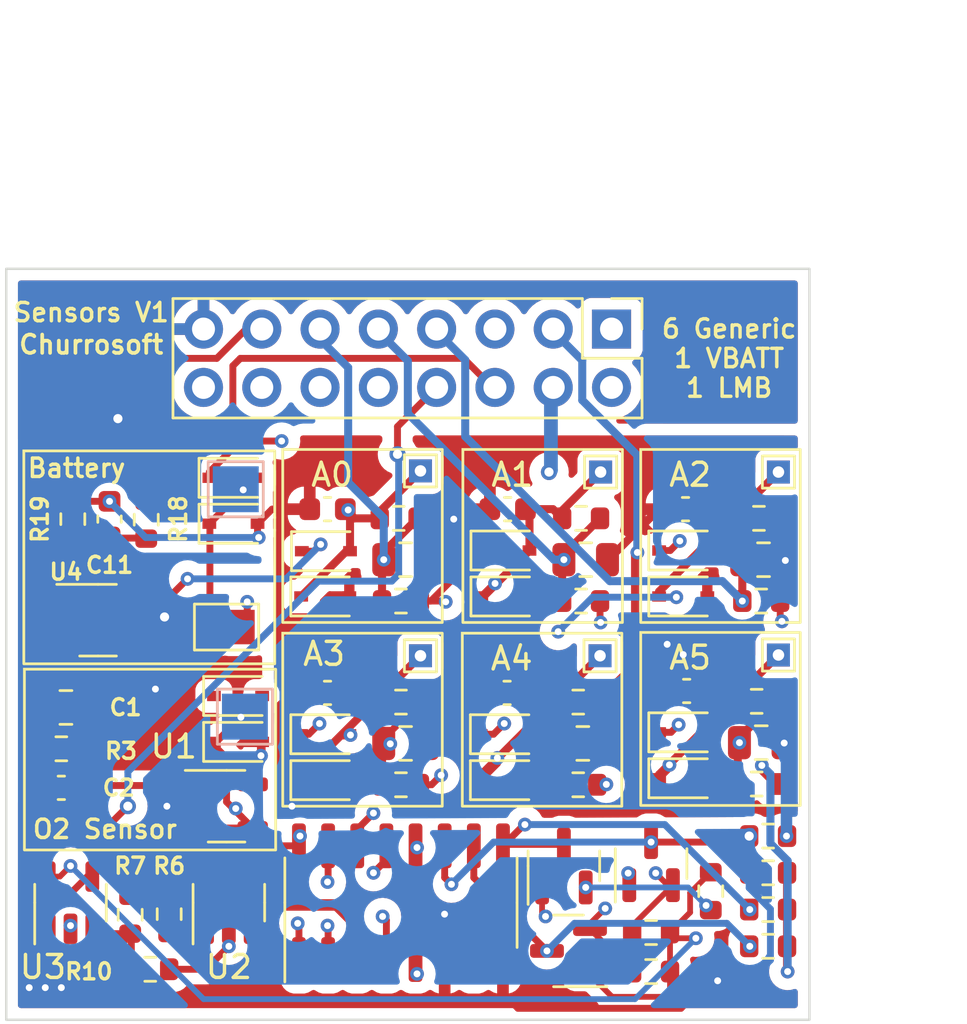
<source format=kicad_pcb>
(kicad_pcb (version 20211014) (generator pcbnew)
  (layers (0 "F.Cu" signal) (1 "In1.Cu" signal) (2 "In2.Cu" signal) (31 "B.Cu" signal) (34 "B.Paste" user) (35 "F.Paste" user) (36 "B.SilkS" user "B.Silkscreen") (37 "F.SilkS" user "F.Silkscreen") (38 "B.Mask" user) (39 "F.Mask" user) (44 "Edge.Cuts" user))
  (net 0 "")
  (net 1 "/IN_LMB")
  (net 2 "GND")
  (net 3 "Net-(C2-Pad1)")
  (net 4 "/IN_0")
  (net 5 "GNDA")
  (net 6 "/CH0")
  (net 7 "/IN_1")
  (net 8 "/CH1")
  (net 9 "/IN_2")
  (net 10 "/CH2")
  (net 11 "/IN_3")
  (net 12 "/CH3")
  (net 13 "Net-(C11-Pad1)")
  (net 14 "/IN_4")
  (net 15 "/CH4")
  (net 16 "/IN_5")
  (net 17 "/CH5")
  (net 18 "+5C")
  (net 19 "+5VA")
  (net 20 "/CH6")
  (net 21 "/CH7")
  (net 22 "+3V3")
  (net 23 "+12VA")
  (net 24 "/mux_out_d")
  (net 25 "/MUX_A")
  (net 26 "/MUX_B")
  (net 27 "/MUX_C")
  (net 28 "/OV_DET")
  (net 29 "Net-(JP1-Pad2)")
  (net 30 "/B")
  (net 31 "/C")
  (net 32 "/A")
  (net 33 "Net-(R6-Pad1)")
  (net 34 "Net-(R6-Pad2)")
  (net 35 "/MUX_3v3")
  (net 36 "+12V")
  (net 37 "/mux_out")
  (footprint "TestPoint:TestPoint_THTPad_1.0x1.0mm_Drill0.5mm" (layer "F.Cu") (at 155.4 67.35 90)
    (fp_text reference "TP2" hide)
    (fp_text value "TestPoint_Alt")
  )
  (footprint "Capacitor_SMD:C_0805_2012Metric" (layer "F.Cu") (at 162.5 71.1665)
    (fp_text reference "C7" hide)
    (fp_text value "100nF")
  )
  (footprint "Connector_PinHeader_2.54mm:PinHeader_2x08_P2.54mm_Vertical" (layer "F.Cu") (at 155.875 61.125 -90)
    (fp_text reference "J1" hide)
    (fp_text value "OUT")
  )
  (footprint "Capacitor_SMD:C_0603_1608Metric" (layer "F.Cu") (at 151.325 76.9665 180)
    (fp_text reference "C13" hide)
    (fp_text value "0.22uF")
  )
  (footprint "Package_TO_SOT_SMD:SOT-23" (layer "F.Cu") (at 157.6 84.4 90)
    (fp_text reference "Q3" hide)
    (fp_text value "AO3400A")
  )
  (footprint "Capacitor_SMD:C_0603_1608Metric" (layer "F.Cu") (at 151.35 68.9665 180)
    (fp_text reference "C6" hide)
    (fp_text value "0.22uF")
  )
  (footprint "Capacitor_SMD:C_0603_1608Metric" (layer "F.Cu") (at 143.5 76.9665 180)
    (fp_text reference "C10" hide)
    (fp_text value "0.22uF")
  )
  (footprint "Diode_SMD:D_SOD-323" (layer "F.Cu") (at 139.6 79.1)
    (fp_text reference "D6" hide)
    (fp_text value "K26")
  )
  (footprint "Resistor_SMD:R_0603_1608Metric" (layer "F.Cu") (at 135.775 89 180)
    (fp_text reference "R10")
    (fp_text value "3k3")
  )
  (footprint "Diode_SMD:D_SOD-323" (layer "F.Cu") (at 143.4 72.7665)
    (fp_text reference "D4" hide)
    (fp_text value "K26")
  )
  (footprint "Resistor_SMD:R_0603_1608Metric" (layer "F.Cu") (at 131.9 79.4 180)
    (fp_text reference "R3")
    (fp_text value "470R")
  )
  (footprint "Diode_SMD:D_SOD-323" (layer "F.Cu") (at 151.25 72.7665)
    (fp_text reference "D5" hide)
    (fp_text value "K26")
  )
  (footprint "Capacitor_SMD:C_0805_2012Metric" (layer "F.Cu") (at 162.4 79.13325)
    (fp_text reference "C14" hide)
    (fp_text value "100nF")
  )
  (footprint "Resistor_SMD:R_0603_1608Metric" (layer "F.Cu") (at 162.7 88 180)
    (fp_text reference "R20" hide)
    (fp_text value "10k")
  )
  (footprint "Resistor_SMD:R_0603_1608Metric" (layer "F.Cu") (at 162.7 86.4 180)
    (fp_text reference "R21" hide)
    (fp_text value "10k")
  )
  (footprint "Capacitor_SMD:C_0603_1608Metric" (layer "F.Cu") (at 159.1 68.9665 180)
    (fp_text reference "C8" hide)
    (fp_text value "0.22uF")
  )
  (footprint "Package_TO_SOT_SMD:SOT-23-5" (layer "F.Cu") (at 139.1 81.9)
    (fp_text reference "U1")
    (fp_text value "LM321")
  )
  (footprint "Package_TO_SOT_SMD:SOT-23" (layer "F.Cu") (at 153.8 84.5 90)
    (fp_text reference "Q2" hide)
    (fp_text value "AO3400A")
  )
  (footprint "Capacitor_SMD:C_0603_1608Metric" (layer "F.Cu") (at 159.15 76.88325 180)
    (fp_text reference "C15" hide)
    (fp_text value "0.22uF")
  )
  (footprint "Diode_SMD:D_SOD-323" (layer "F.Cu") (at 139.4 69.6)
    (fp_text reference "D14" hide)
    (fp_text value "K26")
  )
  (footprint "TestPoint:TestPoint_THTPad_1.0x1.0mm_Drill0.5mm" (layer "F.Cu") (at 155.375 75.35 90)
    (fp_text reference "TP7" hide)
    (fp_text value "TestPoint_Alt")
  )
  (footprint "Package_TO_SOT_SMD:SOT-23" (layer "F.Cu") (at 154 88.2 180)
    (fp_text reference "Q1" hide)
    (fp_text value "AO3400A")
  )
  (footprint "Diode_SMD:D_SOD-323" (layer "F.Cu") (at 159 80.68325)
    (fp_text reference "D16" hide)
    (fp_text value "K26")
  )
  (footprint "Diode_SMD:D_SOD-323" (layer "F.Cu") (at 143.4 78.7665)
    (fp_text reference "D8" hide)
    (fp_text value "K26")
  )
  (footprint "Capacitor_SMD:C_0805_2012Metric" (layer "F.Cu") (at 146.9 79.1665)
    (fp_text reference "C9" hide)
    (fp_text value "100nF")
  )
  (footprint "Diode_SMD:D_SOD-323" (layer "F.Cu") (at 159 78.68325)
    (fp_text reference "D13" hide)
    (fp_text value "K26")
  )
  (footprint "Diode_SMD:D_SOD-323" (layer "F.Cu") (at 151.25 70.7665)
    (fp_text reference "D2" hide)
    (fp_text value "K26")
  )
  (footprint "Capacitor_SMD:C_0805_2012Metric" (layer "F.Cu") (at 132.1 77.6)
    (fp_text reference "C1")
    (fp_text value "100nF")
  )
  (footprint "Capacitor_SMD:C_0603_1608Metric" (layer "F.Cu") (at 143.5 68.9665 180)
    (fp_text reference "C4" hide)
    (fp_text value "0.22uF")
  )
  (footprint "Capacitor_SMD:C_0603_1608Metric" (layer "F.Cu") (at 134 69.4 90)
    (fp_text reference "C11")
    (fp_text value "240pF")
  )
  (footprint "Resistor_SMD:R_0603_1608Metric" (layer "F.Cu") (at 162.7 83.2 180)
    (fp_text reference "R13" hide)
    (fp_text value "0")
  )
  (footprint "Resistor_SMD:R_0603_1608Metric" (layer "F.Cu") (at 162.3 69.3665)
    (fp_text reference "R11" hide)
    (fp_text value "470R")
  )
  (footprint "Package_SO:SOIC-16_3.9x9.9mm_P1.27mm" (layer "F.Cu") (at 146.7 86.1 90)
    (fp_text reference "U5" hide)
    (fp_text value "74HC4851")
  )
  (footprint "Capacitor_SMD:C_0805_2012Metric" (layer "F.Cu") (at 154.75 71.1665)
    (fp_text reference "C5" hide)
    (fp_text value "100nF")
  )
  (footprint "TestPoint:TestPoint_THTPad_1.0x1.0mm_Drill0.5mm" (layer "F.Cu") (at 147.55 67.3 90)
    (fp_text reference "TP1" hide)
    (fp_text value "TestPoint_Alt")
  )
  (footprint "TestPoint:TestPoint_THTPad_1.0x1.0mm_Drill0.5mm" (layer "F.Cu") (at 147.55 75.35 90)
    (fp_text reference "TP5" hide)
    (fp_text value "TestPoint_Alt")
  )
  (footprint "Resistor_SMD:R_0603_1608Metric" (layer "F.Cu") (at 132.4 69.4 90)
    (fp_text reference "R19")
    (fp_text value "20k  1/10W +-1%")
  )
  (footprint "Diode_SMD:D_SOD-323" (layer "F.Cu") (at 159 70.7665)
    (fp_text reference "D7" hide)
    (fp_text value "K26")
  )
  (footprint "Resistor_SMD:R_0603_1608Metric" (layer "F.Cu") (at 162.4 72.9665)
    (fp_text reference "R8" hide)
    (fp_text value "2.49k +-1%")
  )
  (footprint "Diode_SMD:D_SOD-323" (layer "F.Cu") (at 139.4 67.6)
    (fp_text reference "D11" hide)
    (fp_text value "K26")
  )
  (footprint "Resistor_SMD:R_0603_1608Metric" (layer "F.Cu") (at 154.425 80.9665)
    (fp_text reference "R14" hide)
    (fp_text value "2.49k +-1%")
  )
  (footprint "Package_TO_SOT_SMD:SOT-23-5" (layer "F.Cu") (at 133.5 73.8)
    (fp_text reference "U4")
    (fp_text value "LM321")
  )
  (footprint "Diode_SMD:D_SOD-323" (layer "F.Cu") (at 143.4 80.7665)
    (fp_text reference "D10" hide)
    (fp_text value "K26")
  )
  (footprint "Package_TO_SOT_SMD:SOT-23-5" (layer "F.Cu") (at 139.2 86.1 90)
    (fp_text reference "U2")
    (fp_text value "OPA340NA")
  )
  (footprint "Resistor_SMD:R_0603_1608Metric" (layer "F.Cu") (at 157.6 89.1)
    (fp_text reference "R23" hide)
    (fp_text value "10k")
  )
  (footprint "Resistor_SMD:R_0603_1608Metric" (layer "F.Cu") (at 135.6 69.425 90)
    (fp_text reference "R18")
    (fp_text value "100k 1/10W +-1%")
  )
  (footprint "Resistor_SMD:R_0603_1608Metric" (layer "F.Cu") (at 146.7 77.3665)
    (fp_text reference "R12" hide)
    (fp_text value "470R")
  )
  (footprint "Resistor_SMD:R_0603_1608Metric" (layer "F.Cu") (at 154.425 77.3665)
    (fp_text reference "R16" hide)
    (fp_text value "470R")
  )
  (footprint "Resistor_SMD:R_0603_1608Metric" (layer "F.Cu") (at 146.7 72.9665)
    (fp_text reference "R1" hide)
    (fp_text value "2.49k +-1%")
  )
  (footprint "Capacitor_SMD:C_0603_1608Metric" (layer "F.Cu") (at 131.9 81.1 180)
    (fp_text reference "C2")
    (fp_text value "0.22uF")
  )
  (footprint "Diode_SMD:D_SOD-323" (layer "F.Cu") (at 159 72.7665)
    (fp_text reference "D9" hide)
    (fp_text value "K26")
  )
  (footprint "Resistor_SMD:R_0603_1608Metric" (layer "F.Cu") (at 157.6 87.4)
    (fp_text reference "R25" hide)
    (fp_text value "10k")
  )
  (footprint "TestPoint:TestPoint_THTPad_1.0x1.0mm_Drill0.5mm" (layer "F.Cu") (at 163.15 67.35 90)
    (fp_text reference "TP4" hide)
    (fp_text value "TestPoint_Alt")
  )
  (footprint "Diode_SMD:D_SOD-323" (layer "F.Cu") (at 151.225 78.7665)
    (fp_text reference "D12" hide)
    (fp_text value "K26")
  )
  (footprint "Capacitor_SMD:C_0805_2012Metric" (layer "F.Cu") (at 154.625 79.1665)
    (fp_text reference "C12" hide)
    (fp_text value "100nF")
  )
  (footprint "Resistor_SMD:R_0603_1608Metric" (layer "F.Cu") (at 154.55 69.3665)
    (fp_text reference "R5" hide)
    (fp_text value "470R")
  )
  (footprint "Capacitor_SMD:C_0805_2012Metric" (layer "F.Cu") (at 146.9 71.1665)
    (fp_text reference "C3" hide)
    (fp_text value "100nF")
  )
  (footprint "Jumper:SolderJumper-2_P1.3mm_Open_TrianglePad1.0x1.5mm" (layer "F.Cu") (at 139.1 74.1)
    (fp_text reference "JP1" hide)
    (fp_text value "Jumper_NC_Small")
  )
  (footprint "Diode_SMD:D_SOD-323" (layer "F.Cu") (at 143.43 70.7965)
    (fp_text reference "D1" hide)
    (fp_text value "K26")
  )
  (footprint "Diode_SMD:D_SOD-323" (layer "F.Cu") (at 151.225 80.7665)
    (fp_text reference "D15" hide)
    (fp_text value "K26")
  )
  (footprint "Resistor_SMD:R_0603_1608Metric" (layer "F.Cu") (at 146.7 80.9665)
    (fp_text reference "R9" hide)
    (fp_text value "2.49k +-1%")
  )
  (footprint "Resistor_SMD:R_0603_1608Metric" (layer "F.Cu") (at 162.2 77.33325)
    (fp_text reference "R17" hide)
    (fp_text value "470R")
  )
  (footprint "Resistor_SMD:R_0603_1608Metric" (layer "F.Cu") (at 160.2 85.6 90)
    (fp_text reference "R24" hide)
    (fp_text value "10k")
  )
  (footprint "Resistor_SMD:R_0603_1608Metric" (layer "F.Cu") (at 146.6 69.3665)
    (fp_text reference "R4" hide)
    (fp_text value "470R")
  )
  (footprint "Resistor_SMD:R_0603_1608Metric" (layer "F.Cu") (at 134.9 86.625 90)
    (fp_text reference "R7")
    (fp_text value "200R")
  )
  (footprint "Diode_SMD:D_SOD-323" (layer "F.Cu") (at 139.6 77.1)
    (fp_text reference "D3" hide)
    (fp_text value "K26")
  )
  (footprint "Resistor_SMD:R_0603_1608Metric" (layer "F.Cu") (at 154.55 72.9665)
    (fp_text reference "R2" hide)
    (fp_text value "2.49k +-1%")
  )
  (footprint "Resistor_SMD:R_0603_1608Metric" (layer "F.Cu") (at 162.2 80.93325)
    (fp_text reference "R15" hide)
    (fp_text value "2.49k +-1%")
  )
  (footprint "TestPoint:TestPoint_THTPad_1.0x1.0mm_Drill0.5mm" (layer "F.Cu") (at 163.15 75.31675 90)
    (fp_text reference "TP8" hide)
    (fp_text value "TestPoint_Alt")
  )
  (footprint "Package_TO_SOT_SMD:SOT-23-5" (layer "F.Cu") (at 132.3 86.1 90)
    (fp_text reference "U3")
    (fp_text value "OPA340NA")
  )
  (footprint "Resistor_SMD:R_0603_1608Metric" (layer "F.Cu") (at 162.7 84.8 180)
    (fp_text reference "R22" hide)
    (fp_text value "10k")
  )
  (footprint "Resistor_SMD:R_0603_1608Metric" (layer "F.Cu") (at 136.6 86.6 90)
    (fp_text reference "R6")
    (fp_text value "1k5")
  )
  (footprint "TestPoint:TestPoint_Pad_2.0x2.0mm" (layer "B.Cu") (at 139.5 68.1 90)
    (fp_text reference "TP6" hide)
    (fp_text value "TestPoint")
  )
  (footprint "TestPoint:TestPoint_Pad_2.0x2.0mm" (layer "B.Cu") (at 139.9 78 90)
    (fp_text reference "TP3" hide)
    (fp_text value "TestPoint")
  )
  (gr_rect (start 157.148 74.33325) (end 164.1 81.86675) (layer "F.SilkS") (width 0.12) (fill none))
  (gr_rect (start 141.548 66.3665) (end 148.5 73.9) (layer "F.SilkS") (width 0.12) (fill none))
  (gr_rect (start 149.373 74.3665) (end 156.325 81.9) (layer "F.SilkS") (width 0.12) (fill none))
  (gr_rect (start 157.148 66.3665) (end 164.1 73.9) (layer "F.SilkS") (width 0.12) (fill none))
  (gr_rect (start 149.398 66.3665) (end 156.35 73.9) (layer "F.SilkS") (width 0.12) (fill none))
  (gr_rect (start 130.291 75.9342) (end 141.24 83.8052) (layer "F.SilkS") (width 0.12) (fill none))
  (gr_rect (start 141.548 74.3665) (end 148.5 81.9) (layer "F.SilkS") (width 0.12) (fill none))
  (gr_rect (start 130.2653 66.429) (end 141.2 75.7) (layer "F.SilkS") (width 0.12) (fill none))
  (gr_rect (start 129.5 58.5) (end 164.5 91.2) (layer "Edge.Cuts") (width 0.1) (fill none))
  (gr_text "Battery" (at 132.564 67.1783) (layer "F.SilkS") (effects (font (size 0.8 0.8))))
  (gr_text "A0" (at 143.7 67.4665) (layer "F.SilkS") (effects (font (size 1 1))))
  (gr_text "6 Generic\n1 VBATT\n1 LMB" (at 161 62.4) (layer "F.SilkS") (effects (font (size 0.8 0.8))))
  (gr_text "A2" (at 159.3 67.4665) (layer "F.SilkS") (effects (font (size 1 1))))
  (gr_text "Sensors V1" (at 133.2 60.4) (layer "F.SilkS") (effects (font (size 0.8 0.8))))
  (gr_text "O2 Sensor" (at 133.8 82.9) (layer "F.SilkS") (effects (font (size 0.8 0.8))))
  (gr_text "A5" (at 159.3 75.43325) (layer "F.SilkS") (effects (font (size 1 1))))
  (gr_text "Churrosoft" (at 133.2 61.8) (layer "F.SilkS") (effects (font (size 0.8 0.8) (thickness 0.16))))
  (gr_text "A3" (at 143.35 75.2665) (layer "F.SilkS") (effects (font (size 1 1))))
  (gr_text "A1" (at 151.55 67.4665) (layer "F.SilkS") (effects (font (size 1 1))))
  (gr_text "A4" (at 151.525 75.4665) (layer "F.SilkS") (effects (font (size 1 1))))
  (segment (start 131.075 77.675) (end 131.15 77.6) (width 0.3) (layer "F.Cu") (net 1))
  (segment (start 134.7 62.4) (end 130.85 66.25) (width 0.3) (layer "F.Cu") (net 1))
  (segment (start 130.85 66.25) (end 130.85 77.3) (width 0.3) (layer "F.Cu") (net 1))
  (segment (start 131.075 79.4) (end 131.075 77.675) (width 0.3) (layer "F.Cu") (net 1))
  (segment (start 139.95 61.125) (end 138.675 62.4) (width 0.3) (layer "F.Cu") (net 1))
  (segment (start 138.675 62.4) (end 134.7 62.4) (width 0.3) (layer "F.Cu") (net 1))
  (segment (start 140.535 61.125) (end 139.95 61.125) (width 0.3) (layer "F.Cu") (net 1))
  (segment (start 130.85 77.3) (end 131.15 77.6) (width 0.3) (layer "F.Cu") (net 1))
  (segment (start 148.605 88.162893) (end 148.605 88.575) (width 0.3) (layer "F.Cu") (net 2))
  (segment (start 151.8 90.7) (end 151.145 90.045) (width 0.3) (layer "F.Cu") (net 2))
  (segment (start 148.6 86.6) (end 148.6 88.157893) (width 0.3) (layer "F.Cu") (net 2))
  (segment (start 136.5 81.9) (end 137.9625 81.9) (width 0.3) (layer "F.Cu") (net 2))
  (segment (start 140.65 79.65) (end 140.6 79.7) (width 0.3) (layer "F.Cu") (net 2))
  (segment (start 160.1 89.5) (end 158.9 90.7) (width 0.3) (layer "F.Cu") (net 2))
  (segment (start 160.5 89.5) (end 160.1 89.5) (width 0.3) (layer "F.Cu") (net 2))
  (segment (start 158.9 90.7) (end 151.8 90.7) (width 0.3) (layer "F.Cu") (net 2))
  (segment (start 140.65 79.1) (end 140.65 79.65) (width 0.3) (layer "F.Cu") (net 2))
  (segment (start 151.145 90.045) (end 151.145 88.575) (width 0.3) (layer "F.Cu") (net 2))
  (segment (start 148.6 88.157893) (end 148.605 88.162893) (width 0.3) (layer "F.Cu") (net 2))
  (via (at 130.5 89.8) (size 0.6) (drill 0.3) (layers "F.Cu" "B.Cu") (net 2))
  (via (at 134.366 65.024) (size 0.7) (drill 0.4) (layers "F.Cu" "B.Cu") (net 2))
  (via (at 131.9 89.8) (size 0.6) (drill 0.3) (layers "F.Cu" "B.Cu") (net 2))
  (via (at 136.5 81.9) (size 0.6) (drill 0.3) (layers "F.Cu" "B.Cu") (net 2))
  (via (at 160.5 89.5) (size 0.6) (drill 0.3) (layers "F.Cu" "B.Cu") (net 2))
  (via (at 136.398 73.66) (size 0.7) (drill 0.4) (layers "F.Cu" "B.Cu") (net 2))
  (via (at 131.2 89.8) (size 0.6) (drill 0.3) (layers "F.Cu" "B.Cu") (net 2))
  (via (at 140.6 79.7) (size 0.6) (drill 0.3) (layers "F.Cu" "B.Cu") (net 2))
  (via (at 148.6 86.6) (size 0.6) (drill 0.3) (layers "F.Cu" "B.Cu") (net 2))
  (via (at 161.875 83.2) (size 0.7) (drill 0.4) (layers "F.Cu" "B.Cu") (net 2))
  (via (at 136 76.8) (size 0.6) (drill 0.3) (layers "F.Cu" "B.Cu") (net 2))
  (segment (start 161.9 89.5) (end 160.5 89.5) (width 0.3) (layer "B.Cu") (net 2))
  (segment (start 162.1 89.3) (end 161.9 89.5) (width 0.3) (layer "B.Cu") (net 2))
  (segment (start 162.8 86.380761) (end 162.8 88.6) (width 0.3) (layer "B.Cu") (net 2))
  (segment (start 161.875 85.455761) (end 162.8 86.380761) (width 0.3) (layer "B.Cu") (net 2))
  (segment (start 138.4 81.9) (end 136.5 81.9) (width 0.3) (layer "B.Cu") (net 2))
  (segment (start 161.875 83.2) (end 161.875 85.455761) (width 0.3) (layer "B.Cu") (net 2))
  (segment (start 140.6 79.7) (end 138.4 81.9) (width 0.3) (layer "B.Cu") (net 2))
  (segment (start 162.8 88.6) (end 162.1 89.3) (width 0.3) (layer "B.Cu") (net 2))
  (segment (start 132.775 81) (end 132.675 81.1) (width 0.3) (layer "F.Cu") (net 3))
  (segment (start 137.9125 81) (end 132.775 81) (width 0.3) (layer "F.Cu") (net 3))
  (segment (start 132.675 79.45) (end 132.725 79.4) (width 0.3) (layer "F.Cu") (net 3))
  (segment (start 132.675 81.1) (end 132.675 79.45) (width 0.3) (layer "F.Cu") (net 3))
  (segment (start 137.9625 80.95) (end 137.9125 81) (width 0.3) (layer "F.Cu") (net 3))
  (segment (start 145.875 72.9665) (end 145.875 70.9165) (width 0.35) (layer "F.Cu") (net 4))
  (segment (start 145.95 71.1665) (end 145.95 70.8415) (width 0.35) (layer "F.Cu") (net 4))
  (segment (start 145.95 70.8415) (end 147.425 69.3665) (width 0.35) (layer "F.Cu") (net 4))
  (segment (start 145.875 70.9165) (end 147.425 69.3665) (width 0.35) (layer "F.Cu") (net 4))
  (via (at 145.95 71.1665) (size 0.6) (drill 0.3) (layers "F.Cu" "B.Cu") (net 4))
  (segment (start 143.075 61.475) (end 143.075 61.125) (width 0.35) (layer "B.Cu") (net 4))
  (segment (start 144.4 67.8) (end 144.4 62.8) (width 0.35) (layer "B.Cu") (net 4))
  (segment (start 145.95 71.1665) (end 145.95 69.35) (width 0.35) (layer "B.Cu") (net 4))
  (segment (start 145.95 69.35) (end 144.4 67.8) (width 0.35) (layer "B.Cu") (net 4))
  (segment (start 144.4 62.8) (end 143.075 61.475) (width 0.35) (layer "B.Cu") (net 4))
  (segment (start 148.1835 71.1665) (end 147.85 71.1665) (width 0.3) (layer "F.Cu") (net 5))
  (segment (start 136.6 89) (end 138.2 89) (width 0.3) (layer "F.Cu") (net 5))
  (segment (start 131.7 73.8) (end 132.3625 73.8) (width 0.3) (layer "F.Cu") (net 5))
  (segment (start 155.7335 71.1665) (end 157.9335 68.9665) (width 0.35) (layer "F.Cu") (net 5))
  (segment (start 163.525 83.2) (end 163.5 83.2) (width 0.3) (layer "F.Cu") (net 5))
  (segment (start 144.45 80.7665) (end 143.875 81.3415) (width 0.3) (layer "F.Cu") (net 5))
  (segment (start 157.9335 68.9665) (end 158.325 68.9665) (width 0.35) (layer "F.Cu") (net 5))
  (segment (start 131.35 69.35) (end 131.35 73.45) (width 0.3) (layer "F.Cu") (net 5))
  (segment (start 140.45 70.15) (end 140.5 70.2) (width 0.3) (layer "F.Cu") (net 5))
  (segment (start 140.45 69.6) (end 141.0835 68.9665) (width 0.3) (layer "F.Cu") (net 5))
  (segment (start 141.9335 76.9665) (end 142.725 76.9665) (width 0.3) (layer "F.Cu") (net 5))
  (segment (start 143.875 81.3415) (end 141.8915 81.3415) (width 0.3) (layer "F.Cu") (net 5))
  (segment (start 132.4 68.575) (end 132.125 68.575) (width 0.3) (layer "F.Cu") (net 5))
  (segment (start 141.4 77.5) (end 141.9335 76.9665) (width 0.3) (layer "F.Cu") (net 5))
  (segment (start 132.45 68.625) (end 132.4 68.575) (width 0.3) (layer "F.Cu") (net 5))
  (segment (start 141.0835 68.9665) (end 142.725 68.9665) (width 0.3) (layer "F.Cu") (net 5))
  (segment (start 139.2 87.2375) (end 139.2 88) (width 0.3) (layer "F.Cu") (net 5))
  (segment (start 149 69.4) (end 149 70.35) (width 0.3) (layer "F.Cu") (net 5))
  (segment (start 141.4 80.85) (end 141.4 77.5) (width 0.3) (layer "F.Cu") (net 5))
  (segment (start 155.7 71.1665) (end 155.7335 71.1665) (width 0.35) (layer "F.Cu") (net 5))
  (segment (start 140.45 69.6) (end 140.45 70.15) (width 0.3) (layer "F.Cu") (net 5))
  (segment (start 132.125 68.575) (end 131.35 69.35) (width 0.3) (layer "F.Cu") (net 5))
  (segment (start 134 68.625) (end 132.45 68.625) (width 0.3) (layer "F.Cu") (net 5))
  (segment (start 149 70.35) (end 148.1835 71.1665) (width 0.3) (layer "F.Cu") (net 5))
  (segment (start 138.2 89) (end 139.2 88) (width 0.3) (layer "F.Cu") (net 5))
  (segment (start 131.35 73.45) (end 131.7 73.8) (width 0.3) (layer "F.Cu") (net 5))
  (segment (start 141.8915 81.3415) (end 141.4 80.85) (width 0.3) (layer "F.Cu") (net 5))
  (via (at 163.45 71.2) (size 0.6) (drill 0.3) (layers "F.Cu" "B.Cu") (net 5))
  (via (at 149 69.4) (size 0.6) (drill 0.3) (layers "F.Cu" "B.Cu") (net 5))
  (via (at 158.3 74.85) (size 0.6) (drill 0.3) (layers "F.Cu" "B.Cu") (net 5))
  (via (at 132.3 87.1) (size 0.6) (drill 0.3) (layers "F.Cu" "B.Cu") (net 5))
  (via (at 139.2 88) (size 0.6) (drill 0.3) (layers "F.Cu" "B.Cu") (net 5))
  (via (at 141.9495 81.9) (size 0.6) (drill 0.3) (layers "F.Cu" "B.Cu") (net 5))
  (via (at 140.5 70.2) (size 0.6) (drill 0.3) (layers "F.Cu" "B.Cu") (net 5))
  (via (at 159 75.3) (size 0.6) (drill 0.3) (layers "F.Cu" "B.Cu") (net 5))
  (via (at 163.5 83.2) (size 0.6) (drill 0.3) (layers "F.Cu" "B.Cu") (net 5))
  (via (at 163.4 79.15) (size 0.6) (drill 0.3) (layers "F.Cu" "B.Cu") (net 5))
  (via (at 134 68.625) (size 0.6) (drill 0.3) (layers "F.Cu" "B.Cu") (net 5))
  (segment (start 134 68.625) (end 135.575 70.2) (width 0.3) (layer "B.Cu") (net 5))
  (segment (start 135.575 70.2) (end 140.5 70.2) (width 0.3) (layer "B.Cu") (net 5))
  (segment (start 163.5 79.25) (end 163.4 79.15) (width 0.5) (layer "B.Cu") (net 5))
  (segment (start 163.5 83.2) (end 163.5 79.25) (width 0.5) (layer "B.Cu") (net 5))
  (segment (start 146.065 84.235) (end 146.065 83.625) (width 0.3) (layer "F.Cu") (net 6))
  (segment (start 144.48 70.7965) (end 144.32 70.7965) (width 0.35) (layer "F.Cu") (net 6))
  (segment (start 145.5 84.8) (end 146.065 84.235) (width 0.3) (layer "F.Cu") (net 6))
  (segment (start 145.775 69.3665) (end 144.675 69.3665) (width 0.35) (layer "F.Cu") (net 6))
  (segment (start 144.32 70.7965) (end 142.35 72.7665) (width 0.35) (layer "F.Cu") (net 6))
  (segment (start 144.675 69.3665) (end 144.275 68.9665) (width 0.35) (layer "F.Cu") (net 6))
  (segment (start 144.48 69.1715) (end 144.275 68.9665) (width 0.35) (layer "F.Cu") (net 6))
  (segment (start 145.775 69.3665) (end 145.775 69.075) (width 0.35) (layer "F.Cu") (net 6))
  (segment (start 145.775 69.075) (end 147.55 67.3) (width 0.35) (layer "F.Cu") (net 6))
  (segment (start 144.48 70.7965) (end 144.48 69.1715) (width 0.35) (layer "F.Cu") (net 6))
  (via (at 145.5 84.8) (size 0.6) (drill 0.3) (layers "F.Cu" "B.Cu") (net 6))
  (via (at 144.4 69) (size 0.6) (drill 0.3) (layers "F.Cu" "B.Cu") (net 6))
  (segment (start 153.725 71.0165) (end 155.375 69.3665) (width 0.35) (layer "F.Cu") (net 7))
  (segment (start 153.725 72.9665) (end 153.725 71.0165) (width 0.35) (layer "F.Cu") (net 7))
  (via (at 153.8 71.1665) (size 0.6) (drill 0.3) (layers "F.Cu" "B.Cu") (net 7))
  (segment (start 153.3665 71.1665) (end 153.8 71.1665) (width 0.35) (layer "B.Cu") (net 7))
  (segment (start 147 62.51) (end 147 64.8) (width 0.35) (layer "B.Cu") (net 7))
  (segment (start 147 64.8) (end 153.3665 71.1665) (width 0.35) (layer "B.Cu") (net 7))
  (segment (start 145.615 61.125) (end 147 62.51) (width 0.35) (layer "B.Cu") (net 7))
  (segment (start 150.3 72.7665) (end 152.3 70.7665) (width 0.35) (layer "F.Cu") (net 8))
  (segment (start 145.5 82.2) (end 144.795 82.905) (width 0.3) (layer "F.Cu") (net 8))
  (segment (start 152.3 69.1415) (end 152.125 68.9665) (width 0.35) (layer "F.Cu") (net 8))
  (segment (start 153.725 69.3665) (end 153.725 69.025) (width 0.35) (layer "F.Cu") (net 8))
  (segment (start 144.795 82.905) (end 144.795 83.625) (width 0.3) (layer "F.Cu") (net 8))
  (segment (start 150.2 72.7665) (end 150.3 72.7665) (width 0.35) (layer "F.Cu") (net 8))
  (segment (start 150.8 72.2) (end 150.7665 72.2) (width 0.3) (layer "F.Cu") (net 8))
  (segment (start 150.7665 72.2) (end 150.2 72.7665) (width 0.3) (layer "F.Cu") (net 8))
  (segment (start 152.3 70.7665) (end 152.3 69.1415) (width 0.35) (layer "F.Cu") (net 8))
  (segment (start 152.125 68.9665) (end 153.325 68.9665) (width 0.35) (layer "F.Cu") (net 8))
  (segment (start 153.325 68.9665) (end 153.725 69.3665) (width 0.35) (layer "F.Cu") (net 8))
  (segment (start 153.725 69.025) (end 155.4 67.35) (width 0.35) (layer "F.Cu") (net 8))
  (via (at 145.5 82.2) (size 0.6) (drill 0.3) (layers "F.Cu" "B.Cu") (net 8))
  (via (at 150.8 72.2) (size 0.6) (drill 0.3) (layers "F.Cu" "B.Cu") (net 8))
  (segment (start 161.575 70.9165) (end 163.125 69.3665) (width 0.35) (layer "F.Cu") (net 9))
  (segment (start 161.575 72.9665) (end 161.575 70.9165) (width 0.35) (layer "F.Cu") (net 9))
  (via (at 161.575 72.9665) (size 0.6) (drill 0.3) (layers "F.Cu" "B.Cu") (net 9))
  (segment (start 160.7085 72.1) (end 155.8 72.1) (width 0.35) (layer "B.Cu") (net 9))
  (segment (start 155.8 72.1) (end 149.5 65.8) (width 0.35) (layer "B.Cu") (net 9))
  (segment (start 161.575 72.9665) (end 160.7085 72.1) (width 0.35) (layer "B.Cu") (net 9))
  (segment (start 149.5 62.47) (end 148.155 61.125) (width 0.35) (layer "B.Cu") (net 9))
  (segment (start 149.5 65.8) (end 149.5 62.47) (width 0.35) (layer "B.Cu") (net 9))
  (segment (start 143.525 85.175) (end 143.5 85.2) (width 0.3) (layer "F.Cu") (net 10))
  (segment (start 143.525 83.625) (end 143.525 85.175) (width 0.3) (layer "F.Cu") (net 10))
  (segment (start 159.875 68.9665) (end 161.075 68.9665) (width 0.35) (layer "F.Cu") (net 10))
  (segment (start 157.95 72.55) (end 157.95 72.7665) (width 0.35) (layer "F.Cu") (net 10))
  (segment (start 163.15 67.35) (end 157.95 72.55) (width 0.35) (layer "F.Cu") (net 10))
  (segment (start 161.075 68.9665) (end 161.475 69.3665) (width 0.35) (layer "F.Cu") (net 10))
  (segment (start 157.9835 72.8) (end 157.95 72.7665) (width 0.3) (layer "F.Cu") (net 10))
  (segment (start 158.7 72.8) (end 157.9835 72.8) (width 0.3) (layer "F.Cu") (net 10))
  (via (at 158.7 72.8) (size 0.6) (drill 0.3) (layers "F.Cu" "B.Cu") (net 10))
  (via (at 153.5505 74.3) (size 0.6) (drill 0.3) (layers "F.Cu" "B.Cu") (net 10))
  (via (at 143.5 85.2) (size 0.6) (drill 0.3) (layers "F.Cu" "B.Cu") (net 10))
  (segment (start 153.5505 74.3) (end 155.0505 72.8) (width 0.3) (layer "B.Cu") (net 10))
  (segment (start 155.0505 72.8) (end 158.7 72.8) (width 0.3) (layer "B.Cu") (net 10))
  (segment (start 145.875 79.532617) (end 145.875 80.9665) (width 0.35) (layer "F.Cu") (net 11))
  (segment (start 147.525 77.375) (end 146.234016 78.665984) (width 0.3) (layer "F.Cu") (net 11))
  (segment (start 146.223101 79.184516) (end 145.875 79.532617) (width 0.35) (layer "F.Cu") (net 11))
  (segment (start 147.525 77.3665) (end 147.525 77.375) (width 0.3) (layer "F.Cu") (net 11))
  (segment (start 146.234016 79.184516) (end 146.223101 79.184516) (width 0.35) (layer "F.Cu") (net 11))
  (segment (start 146.234016 78.665984) (end 146.234016 79.184516) (width 0.3) (layer "F.Cu") (net 11))
  (via (at 146.234016 79.184516) (size 0.6) (drill 0.3) (layers "F.Cu" "B.Cu") (net 11))
  (segment (start 145.475 76.9665) (end 145.875 77.3665) (width 0.35) (layer "F.Cu") (net 12))
  (segment (start 147.4 83.7) (end 147.335 83.635) (width 0.3) (layer "F.Cu") (net 12))
  (segment (start 147.335 83.635) (end 147.335 83.625) (width 0.3) (layer "F.Cu") (net 12))
  (segment (start 144.5 78.8) (end 144.4835 78.8) (width 0.3) (layer "F.Cu") (net 12))
  (segment (start 144.275 76.9665) (end 145.475 76.9665) (width 0.35) (layer "F.Cu") (net 12))
  (segment (start 144.4835 78.8) (end 144.45 78.7665) (width 0.3) (layer "F.Cu") (net 12))
  (segment (start 142.35 80.55) (end 142.35 80.7665) (width 0.35) (layer "F.Cu") (net 12))
  (segment (start 147.55 75.35) (end 142.35 80.55) (width 0.35) (layer "F.Cu") (net 12))
  (via (at 144.5 78.8) (size 0.6) (drill 0.3) (layers "F.Cu" "B.Cu") (net 12))
  (via (at 147.4 83.7) (size 0.6) (drill 0.3) (layers "F.Cu" "B.Cu") (net 12))
  (segment (start 135.575 70.225) (end 135.6 70.25) (width 0.3) (layer "F.Cu") (net 13))
  (segment (start 132.3625 72.85) (end 132.3625 70.2625) (width 0.3) (layer "F.Cu") (net 13))
  (segment (start 132.4 70.225) (end 135.575 70.225) (width 0.3) (layer "F.Cu") (net 13))
  (segment (start 132.3625 70.2625) (end 132.4 70.225) (width 0.3) (layer "F.Cu") (net 13))
  (segment (start 156.9 75.7165) (end 155.25 77.3665) (width 0.35) (layer "F.Cu") (net 14))
  (segment (start 156.9 70.953888) (end 156.9 75.7165) (width 0.35) (layer "F.Cu") (net 14))
  (segment (start 157.001944 70.851944) (end 156.9 70.953888) (width 0.35) (layer "F.Cu") (net 14))
  (segment (start 153.6 79.0165) (end 153.6 80.9665) (width 0.35) (layer "F.Cu") (net 14))
  (segment (start 155.25 77.3665) (end 153.6 79.0165) (width 0.35) (layer "F.Cu") (net 14))
  (via (at 157.001944 70.851944) (size 0.6) (drill 0.3) (layers "F.Cu" "B.Cu") (net 14))
  (segment (start 154.6 62.49) (end 153.235 61.125) (width 0.35) (layer "B.Cu") (net 14))
  (segment (start 157 70.85) (end 157 66.622412) (width 0.35) (layer "B.Cu") (net 14))
  (segment (start 157 66.622412) (end 154.6 64.222412) (width 0.35) (layer "B.Cu") (net 14))
  (segment (start 157.001944 70.851944) (end 157 70.85) (width 0.35) (layer "B.Cu") (net 14))
  (segment (start 154.6 64.222412) (end 154.6 62.49) (width 0.35) (layer "B.Cu") (net 14))
  (segment (start 153.2 76.9665) (end 152.1 76.9665) (width 0.35) (layer "F.Cu") (net 15))
  (segment (start 150.175 80.55) (end 150.175 80.7665) (width 0.35) (layer "F.Cu") (net 15))
  (segment (start 142.255 87.055) (end 142.2 87) (width 0.3) (layer "F.Cu") (net 15))
  (segment (start 150.9 80.0415) (end 150.175 80.7665) (width 0.3) (layer "F.Cu") (net 15))
  (segment (start 155.375 75.35) (end 150.175 80.55) (width 0.35) (layer "F.Cu") (net 15))
  (segment (start 153.6 77.3665) (end 153.2 76.9665) (width 0.35) (layer "F.Cu") (net 15))
  (segment (start 150.9 79.8) (end 150.9 80.0415) (width 0.3) (layer "F.Cu") (net 15))
  (segment (start 142.255 88.575) (end 142.255 87.055) (width 0.3) (layer "F.Cu") (net 15))
  (via (at 142.2 87) (size 0.6) (drill 0.3) (layers "F.Cu" "B.Cu") (net 15))
  (via (at 150.9 79.8) (size 0.6) (drill 0.3) (layers "F.Cu" "B.Cu") (net 15))
  (segment (start 161.375 78.98325) (end 163.025 77.33325) (width 0.35) (layer "F.Cu") (net 16))
  (segment (start 161.375 80.93325) (end 161.375 78.98325) (width 0.35) (layer "F.Cu") (net 16))
  (via (at 161.45 79.13325) (size 0.6) (drill 0.3) (layers "F.Cu" "B.Cu") (net 16))
  (segment (start 159.925 76.88325) (end 160.925 76.88325) (width 0.35) (layer "F.Cu") (net 17))
  (segment (start 158.4 80.1) (end 158.4 80.23325) (width 0.3) (layer "F.Cu") (net 17))
  (segment (start 147.4 88.64) (end 147.335 88.575) (width 0.3) (layer "F.Cu") (net 17))
  (segment (start 163.15 75.31675) (end 157.95 80.51675) (width 0.35) (layer "F.Cu") (net 17))
  (segment (start 157.95 80.51675) (end 157.95 80.68325) (width 0.35) (layer "F.Cu") (net 17))
  (segment (start 147.4 89.2) (end 147.4 88.64) (width 0.3) (layer "F.Cu") (net 17))
  (segment (start 160.925 76.88325) (end 161.375 77.33325) (width 0.35) (layer "F.Cu") (net 17))
  (segment (start 158.4 80.23325) (end 157.95 80.68325) (width 0.3) (layer "F.Cu") (net 17))
  (via (at 158.4 80.1) (size 0.6) (drill 0.3) (layers "F.Cu" "B.Cu") (net 17))
  (via (at 147.4 89.2) (size 0.6) (drill 0.3) (layers "F.Cu" "B.Cu") (net 17))
  (segment (start 147.525 72.9665) (end 148.6165 72.9665) (width 0.3) (layer "F.Cu") (net 18))
  (segment (start 138.35 67.6) (end 138.35 67.35) (width 0.3) (layer "F.Cu") (net 18))
  (segment (start 163.525 88) (end 163.525 84.8) (width 0.35) (layer "F.Cu") (net 18))
  (segment (start 142.255 83.625) (end 142.255 83.245) (width 0.3) (layer "F.Cu") (net 18))
  (segment (start 162.425 80.125) (end 162.425 80.33325) (width 0.35) (layer "F.Cu") (net 18))
  (segment (start 158.46675 78.68325) (end 158.8 78.35) (width 0.3) (layer "F.Cu") (net 18))
  (segment (start 137.4 72) (end 136.55 72.85) (width 0.3) (layer "F.Cu") (net 18))
  (segment (start 163.225 73.775) (end 163.3 73.85) (width 0.3) (layer "F.Cu") (net 18))
  (segment (start 147.525 72.9665) (end 148 72.9665) (width 0.3) (layer "F.Cu") (net 18))
  (segment (start 136.55 72.85) (end 134.6375 72.85) (width 0.3) (layer "F.Cu") (net 18))
  (segment (start 142.38 70.7965) (end 142.9035 70.7965) (width 0.3) (layer "F.Cu") (net 18))
  (segment (start 142.9035 70.7965) (end 143.2 70.5) (width 0.3) (layer "F.Cu") (net 18))
  (segment (start 163.525 89.075) (end 163.55 89.1) (width 0.35) (layer "F.Cu") (net 18))
  (segment (start 138.975 83.625) (end 142.255 83.625) (width 0.3) (layer "F.Cu") (net 18))
  (segment (start 157.95 78.68325) (end 158.46675 78.68325) (width 0.3) (layer "F.Cu") (net 18))
  (segment (start 138.35 67.35) (end 139.7 66) (width 0.3) (layer "F.Cu") (net 18))
  (segment (start 142.255 83.245) (end 142.3 83.2) (width 0.3) (layer "F.Cu") (net 18))
  (segment (start 148 72.9665) (end 150.2 70.7665) (width 0.3) (layer "F.Cu") (net 18))
  (segment (start 163.525 88) (end 163.525 89.075) (width 0.35) (layer "F.Cu") (net 18))
  (segment (start 147.525 80.9665) (end 148.0335 80.9665) (width 0.3) (layer "F.Cu") (net 18))
  (segment (start 157.95 70.7665) (end 158.4335 70.7665) (width 0.3) (layer "F.Cu") (net 18))
  (segment (start 158.4335 70.7665) (end 158.85 70.35) (width 0.3) (layer "F.Cu") (net 18))
  (segment (start 150.7335 78.7665) (end 151.2 78.3) (width 0.3) (layer "F.Cu") (net 18))
  (segment (start 148.6165 72.9665) (end 148.65 73) (width 0.3) (layer "F.Cu") (net 18))
  (segment (start 155.6335 80.9665) (end 155.65 80.95) (width 0.3) (layer "F.Cu") (net 18))
  (segment (start 162.425 80.33325) (end 163.025 80.93325) (width 0.35) (layer "F.Cu") (net 18))
  (segment (start 155.375 73.875) (end 155.4 73.9) (width 0.3) (layer "F.Cu") (net 18))
  (segment (start 142.35 78.7665) (end 142.6835 78.7665) (width 0.3) (layer "F.Cu") (net 18))
  (segment (start 138.25 84.9625) (end 138.25 84.35) (width 0.3) (layer "F.Cu") (net 18))
  (segment (start 155.375 72.9665) (end 155.375 73.875) (width 0.3) (layer "F.Cu") (net 18))
  (segment (start 163.225 72.9665) (end 163.225 73.775) (width 0.3) (layer "F.Cu") (net 18))
  (segment (start 148.0335 80.9665) (end 148.45 80.55) (width 0.3) (layer "F.Cu") (net 18))
  (segment (start 142.6835 78.7665) (end 143.15 78.3) (width 0.3) (layer "F.Cu") (net 18))
  (segment (start 150.175 78.7665) (end 150.7335 78.7665) (width 0.3) (layer "F.Cu") (net 18))
  (segment (start 139.7 66) (end 141.5 66) (width 0.3) (layer "F.Cu") (net 18))
  (segment (start 155.25 80.9665) (end 155.6335 80.9665) (width 0.3) (layer "F.Cu") (net 18))
  (segment (start 138.25 84.35) (end 138.975 83.625) (width 0.3) (layer "F.Cu") (net 18))
  (via (at 155.4 73.9) (size 0.6) (drill 0.3) (layers "F.Cu" "B.Cu") (net 18))
  (via (at 137.4 72) (size 0.6) (drill 0.3) (layers "F.Cu" "B.Cu") (net 18))
  (via (at 158.85 70.35) (size 0.6) (drill 0.3) (layers "F.Cu" "B.Cu") (net 18))
  (via (at 163.3 73.85) (size 0.6) (drill 0.3) (layers "F.Cu" "B.Cu") (net 18))
  (via (at 153.15 67.35) (size 0.7) (drill 0.4) (layers "F.Cu" "B.Cu") (net 18))
  (via (at 142.3 83.2) (size 0.6) (drill 0.3) (layers "F.Cu" "B.Cu") (net 18))
  (via (at 141.5 66) (size 0.6) (drill 0.3) (layers "F.Cu" "B.Cu") (net 18))
  (via (at 151.2 78.3) (size 0.6) (drill 0.3) (layers "F.Cu" "B.Cu") (net 18))
  (via (at 148.45 80.55) (size 0.6) (drill 0.3) (layers "F.Cu" "B.Cu") (net 18))
  (via (at 143.2 70.5) (size 0.6) (drill 0.3) (layers "F.Cu" "B.Cu") (net 18))
  (via (at 162.425 80.125) (size 0.6) (drill 0.3) (layers "F.Cu" "B.Cu") (net 18))
  (via (at 155.65 80.95) (size 0.6) (drill 0.3) (layers "F.Cu" "B.Cu") (net 18))
  (via (at 158.8 78.35) (size 0.6) (drill 0.3) (layers "F.Cu" "B.Cu") (net 18))
  (via (at 143.15 78.3) (size 0.6) (drill 0.3) (layers "F.Cu" "B.Cu") (net 18))
  (via (at 163.55 89.1) (size 0.6) (drill 0.3) (layers "F.Cu" "B.Cu") (net 18))
  (via (at 148.65 73) (size 0.6) (drill 0.3) (layers "F.Cu" "B.Cu") (net 18))
  (segment (start 163.55 89.1) (end 163.55 84.275) (width 0.35) (layer "B.Cu") (net 18))
  (segment (start 153.235 67.265) (end 153.235 63.665) (width 0.6) (layer "B.Cu") (net 18))
  (segment (start 137.4 72) (end 141.7 72) (width 0.3) (layer "B.Cu") (net 18))
  (segment (start 162.8 83.525) (end 162.8 80.5) (width 0.35) (layer "B.Cu") (net 18))
  (segment (start 153.15 67.35) (end 153.235 67.265) (width 0.6) (layer "B.Cu") (net 18))
  (segment (start 162.8 80.5) (end 162.425 80.125) (width 0.35) (layer "B.Cu") (net 18))
  (segment (start 141.7 72) (end 143.2 70.5) (width 0.3) (layer "B.Cu") (net 18))
  (segment (start 163.55 84.275) (end 162.8 83.525) (width 0.35) (layer "B.Cu") (net 18))
  (segment (start 143.525 88.575) (end 143.525 87.125) (width 0.3) (layer "F.Cu") (net 20))
  (segment (start 139.1 81.7125) (end 139.1 79.8) (width 0.3) (layer "F.Cu") (net 20))
  (segment (start 140.2375 82.85) (end 139.74375 82.35625) (width 0.3) (layer "F.Cu") (net 20))
  (segment (start 138.65 79.1) (end 139.725 78.025) (width 0.3) (layer "F.Cu") (net 20))
  (segment (start 137.9625 82.85) (end 140.2375 82.85) (width 0.3) (layer "F.Cu") (net 20))
  (segment (start 138.55 79.1) (end 138.65 79.1) (width 0.3) (layer "F.Cu") (net 20))
  (segment (start 139.1 79.8) (end 138.4 79.1) (width 0.3) (layer "F.Cu") (net 20))
  (segment (start 139.725 78.025) (end 140.65 77.1) (width 0.3) (layer "F.Cu") (net 20))
  (segment (start 143.525 87.125) (end 143.5 87.1) (width 0.3) (layer "F.Cu") (net 20))
  (segment (start 139.74375 82.35625) (end 139.1 81.7125) (width 0.3) (layer "F.Cu") (net 20))
  (segment (start 138.4 79.1) (end 138.55 79.1) (width 0.3) (layer "F.Cu") (net 20))
  (via (at 139.725 78.025) (size 0.6) (drill 0.3) (layers "F.Cu" "B.Cu") (net 20))
  (via (at 139.5 82) (size 0.6) (drill 0.3) (layers "F.Cu" "B.Cu") (net 20))
  (via (at 143.5 87.1) (size 0.6) (drill 0.3) (layers "F.Cu" "B.Cu") (net 20))
  (segment (start 138.35 69.6) (end 139.825 68.125) (width 0.3) (layer "F.Cu") (net 21))
  (segment (start 138.375 74.1) (end 138.375 69.625) (width 0.3) (layer "F.Cu") (net 21))
  (segment (start 140.45 67.6) (end 140.35 67.6) (width 0.3) (layer "F.Cu") (net 21))
  (segment (start 138.375 69.625) (end 138.35 69.6) (width 0.3) (layer "F.Cu") (net 21))
  (segment (start 132.3625 74.75) (end 137.725 74.75) (width 0.3) (layer "F.Cu") (net 21))
  (segment (start 137.725 74.75) (end 138.375 74.1) (width 0.3) (layer "F.Cu") (net 21))
  (segment (start 140.35 67.6) (end 139.825 68.125) (width 0.3) (layer "F.Cu") (net 21))
  (via (at 139.825 68.125) (size 0.6) (drill 0.3) (layers "F.Cu" "B.Cu") (net 21))
  (segment (start 156.6 84.813) (end 156.65 84.863) (width 0.25) (layer "F.Cu") (net 22))
  (segment (start 154.9375 89.2375) (end 155.9 90.2) (width 0.25) (layer "F.Cu") (net 22))
  (segment (start 154.9375 89.15) (end 154.9375 89.2375) (width 0.25) (layer "F.Cu") (net 22))
  (segment (start 152.85 85.4375) (end 152.85 86.55) (width 0.25) (layer "F.Cu") (net 22))
  (segment (start 159.55 87.6495) (end 158.6745 87.6495) (width 0.25) (layer "F.Cu") (net 22))
  (segment (start 131.8375 84.9625) (end 132.3 84.5) (width 0.25) (layer "F.Cu") (net 22))
  (segment (start 158.1 90.2) (end 158.425 89.875) (width 0.25) (layer "F.Cu") (net 22))
  (segment (start 131.35 84.9625) (end 131.8375 84.9625) (width 0.25) (layer "F.Cu") (net 22))
  (segment (start 160.2 84.775) (end 159.3 85.675) (width 0.25) (layer "F.Cu") (net 22))
  (segment (start 158.6745 87.6495) (end 158.425 87.4) (width 0.25) (layer "F.Cu") (net 22))
  (segment (start 156.65 84.863) (end 156.65 85.3375) (width 0.25) (layer "F.Cu") (net 22))
  (segment (start 152.85 86.55) (end 153 86.7) (width 0.25) (layer "F.Cu") (net 22))
  (segment (start 159.3 86.525) (end 158.425 87.4) (width 0.25) (layer "F.Cu") (net 22))
  (segment (start 155.9 90.2) (end 158.1 90.2) (width 0.25) (layer "F.Cu") (net 22))
  (segment (start 159.3 85.675) (end 159.3 86.525) (width 0.25) (layer "F.Cu") (net 22))
  (segment (start 158.425 89.875) (end 158.425 87.4) (width 0.25) (layer "F.Cu") (net 22))
  (via (at 159.55 87.6495) (size 0.6) (drill 0.3) (layers "F.Cu" "B.Cu") (net 22))
  (via (at 156.6 84.813) (size 0.6) (drill 0.3) (layers "F.Cu" "B.Cu") (net 22))
  (via (at 153 86.7) (size 0.6) (drill 0.3) (layers "F.Cu" "B.Cu") (net 22))
  (via (at 132.3 84.5) (size 0.6) (drill 0.3) (layers "F.Cu" "B.Cu") (net 22))
  (segment (start 138.1 90.3) (end 132.3 84.5) (width 0.25) (layer "B.Cu") (net 22))
  (segment (start 156.8995 90.3) (end 138.1 90.3) (width 0.25) (layer "B.Cu") (net 22))
  (segment (start 159.55 87.6495) (end 156.8995 90.3) (width 0.25) (layer "B.Cu") (net 22))
  (segment (start 149.43 62.4) (end 139.7 62.4) (width 0.3) (layer "F.Cu") (net 23))
  (segment (start 139.7 62.4) (end 139.375 62.725) (width 0.3) (layer "F.Cu") (net 23))
  (segment (start 139.375 62.725) (end 139.375 64.825) (width 0.3) (layer "F.Cu") (net 23))
  (segment (start 150.695 63.665) (end 149.43 62.4) (width 0.3) (layer "F.Cu") (net 23))
  (segment (start 139.375 64.825) (end 135.6 68.6) (width 0.3) (layer "F.Cu") (net 23))
  (segment (start 133.25 84.9625) (end 133.25 83.45) (width 0.3) (layer "F.Cu") (net 24))
  (segment (start 146.548901 66.5745) (end 146.548901 65.371099) (width 0.3) (layer "F.Cu") (net 24))
  (segment (start 131.35 87.2375) (end 131.35 86.65) (width 0.3) (layer "F.Cu") (net 24))
  (segment (start 133.25 83.45) (end 134.8 81.9) (width 0.3) (layer "F.Cu") (net 24))
  (segment (start 133.0375 84.9625) (end 133.25 84.9625) (width 0.3) (layer "F.Cu") (net 24))
  (segment (start 131.35 86.65) (end 133.0375 84.9625) (width 0.3) (layer "F.Cu") (net 24))
  (segment (start 146.548901 65.371099) (end 148.255 63.665) (width 0.3) (layer "F.Cu") (net 24))
  (via (at 134.8 81.9) (size 0.7) (drill 0.4) (layers "F.Cu" "B.Cu") (net 24))
  (via (at 146.548901 66.5745) (size 0.7) (drill 0.4) (layers "F.Cu" "B.Cu") (net 24))
  (segment (start 143.1 72.1) (end 134.8 80.4) (width 0.3) (layer "B.Cu") (net 24))
  (segment (start 146.548901 66.5745) (end 146.6 66.625599) (width 0.3) (layer "B.Cu") (net 24))
  (segment (start 146.6 66.625599) (end 146.6 71.8) (width 0.3) (layer "B.Cu") (net 24))
  (segment (start 134.8 80.4) (end 134.8 81.9) (width 0.3) (layer "B.Cu") (net 24))
  (segment (start 146.6 71.8) (end 146.3 72.1) (width 0.3) (layer "B.Cu") (net 24))
  (segment (start 146.3 72.1) (end 143.1 72.1) (width 0.3) (layer "B.Cu") (net 24))
  (segment (start 156.775 87.1125) (end 158.55 85.3375) (width 0.25) (layer "F.Cu") (net 25))
  (segment (start 158.3245 85.3375) (end 157.8 84.813) (width 0.25) (layer "F.Cu") (net 25))
  (segment (start 158.55 85.3375) (end 158.3245 85.3375) (width 0.25) (layer "F.Cu") (net 25))
  (segment (start 156.775 87.4) (end 156.775 87.1125) (width 0.25) (layer "F.Cu") (net 25))
  (via (at 157.8 84.813) (size 0.6) (drill 0.3) (layers "F.Cu" "B.Cu") (net 25))
  (segment (start 155.6 86.3505) (end 154.9375 87.013) (width 0.25) (layer "F.Cu") (net 26))
  (segment (start 156.775 89.0875) (end 154.9375 87.25) (width 0.25) (layer "F.Cu") (net 26))
  (segment (start 156.775 89.1) (end 156.775 89.0875) (width 0.25) (layer "F.Cu") (net 26))
  (segment (start 154.9375 87.013) (end 154.9375 87.25) (width 0.25) (layer "F.Cu") (net 26))
  (via (at 155.6 86.3505) (size 0.6) (drill 0.3) (layers "F.Cu" "B.Cu") (net 26))
  (segment (start 159.995911 86.220911) (end 160.2 86.425) (width 0.25) (layer "F.Cu") (net 27))
  (segment (start 160.1 86.325) (end 160.2 86.425) (width 0.25) (layer "F.Cu") (net 27))
  (via (at 159.995911 86.220911) (size 0.6) (drill 0.3) (layers "F.Cu" "B.Cu") (net 27))
  (via (at 154.75 85.4375) (size 0.6) (drill 0.3) (layers "F.Cu" "B.Cu") (net 27))
  (segment (start 159.995911 86.220911) (end 159.2125 85.4375) (width 0.25) (layer "B.Cu") (net 27))
  (segment (start 159.2125 85.4375) (end 154.75 85.4375) (width 0.25) (layer "B.Cu") (net 27))
  (segment (start 146.065 88.575) (end 146.065 86.865) (width 0.3) (layer "F.Cu") (net 29))
  (segment (start 140 73.925) (end 139.825 74.1) (width 0.3) (layer "F.Cu") (net 29))
  (segment (start 140 73) (end 140 73.925) (width 0.3) (layer "F.Cu") (net 29))
  (segment (start 146.065 86.865) (end 145.9 86.7) (width 0.3) (layer "F.Cu") (net 29))
  (via (at 145.9 86.7) (size 0.6) (drill 0.3) (layers "F.Cu" "B.Cu") (net 29))
  (via (at 140 73) (size 0.6) (drill 0.3) (layers "F.Cu" "B.Cu") (net 29))
  (segment (start 149.875 85.0125) (end 149.875 83.625) (width 0.3) (layer "F.Cu") (net 30))
  (segment (start 153.0625 88.2) (end 149.875 85.0125) (width 0.3) (layer "F.Cu") (net 30))
  (segment (start 161.875 88) (end 161.9 88) (width 0.3) (layer "F.Cu") (net 30))
  (via (at 161.9 88) (size 0.6) (drill 0.3) (layers "F.Cu" "B.Cu") (net 30))
  (via (at 153.0625 88.2) (size 0.6) (drill 0.3) (layers "F.Cu" "B.Cu") (net 30))
  (segment (start 154.2625 87) (end 160.9 87) (width 0.3) (layer "B.Cu") (net 30))
  (segment (start 153.0625 88.2) (end 154.2625 87) (width 0.3) (layer "B.Cu") (net 30))
  (segment (start 160.9 87) (end 161.9 88) (width 0.3) (layer "B.Cu") (net 30))
  (segment (start 153.8 83.5625) (end 151.2075 83.5625) (width 0.3) (layer "F.Cu") (net 31))
  (segment (start 151.2075 83.5625) (end 151.145 83.625) (width 0.3) (layer "F.Cu") (net 31))
  (segment (start 152.07 82.7) (end 151.145 83.625) (width 0.3) (layer "F.Cu") (net 31))
  (segment (start 152.1 82.7) (end 152.07 82.7) (width 0.3) (layer "F.Cu") (net 31))
  (segment (start 161.875 86.4) (end 161.9 86.4) (width 0.3) (layer "F.Cu") (net 31))
  (via (at 161.9 86.4) (size 0.6) (drill 0.3) (layers "F.Cu" "B.Cu") (net 31))
  (via (at 152.1 82.7) (size 0.6) (drill 0.3) (layers "F.Cu" "B.Cu") (net 31))
  (segment (start 158.2 82.7) (end 152.1 82.7) (width 0.3) (layer "B.Cu") (net 31))
  (segment (start 161.9 86.4) (end 158.2 82.7) (width 0.3) (layer "B.Cu") (net 31))
  (segment (start 161.875 84.475) (end 160.8625 83.4625) (width 0.3) (layer "F.Cu") (net 32))
  (segment (start 160.8625 83.4625) (end 157.6 83.4625) (width 0.3) (layer "F.Cu") (net 32))
  (segment (start 148.605 85.005) (end 148.9 85.3) (width 0.3) (layer "F.Cu") (net 32))
  (segment (start 148.605 83.625) (end 148.605 85.005) (width 0.3) (layer "F.Cu") (net 32))
  (segment (start 161.875 84.8) (end 161.875 84.475) (width 0.3) (layer "F.Cu") (net 32))
  (via (at 148.9 85.3) (size 0.6) (drill 0.3) (layers "F.Cu" "B.Cu") (net 32))
  (via (at 157.6 83.4625) (size 0.6) (drill 0.3) (layers "F.Cu" "B.Cu") (net 32))
  (segment (start 148.9 85.3) (end 150.7375 83.4625) (width 0.3) (layer "B.Cu") (net 32))
  (segment (start 150.7375 83.4625) (end 157.6 83.4625) (width 0.3) (layer "B.Cu") (net 32))
  (segment (start 136.525 87.425) (end 134.9 85.8) (width 0.3) (layer "F.Cu") (net 33))
  (segment (start 136.6 87.425) (end 136.525 87.425) (width 0.3) (layer "F.Cu") (net 33))
  (segment (start 138.25 87.2375) (end 138.25 86.55) (width 0.3) (layer "F.Cu") (net 34))
  (segment (start 136.6 85.775) (end 136.7875 85.775) (width 0.3) (layer "F.Cu") (net 34))
  (segment (start 139.8375 84.9625) (end 140.15 84.9625) (width 0.3) (layer "F.Cu") (net 34))
  (segment (start 138.25 86.55) (end 139.8375 84.9625) (width 0.3) (layer "F.Cu") (net 34))
  (segment (start 136.7875 85.775) (end 138.25 87.2375) (width 0.3) (layer "F.Cu") (net 34))
  (segment (start 133.4625 87.45) (end 133.25 87.2375) (width 0.3) (layer "F.Cu") (net 35))
  (segment (start 134.95 87.5) (end 134.9 87.45) (width 0.3) (layer "F.Cu") (net 35))
  (segment (start 134.95 89) (end 134.95 87.5) (width 0.3) (layer "F.Cu") (net 35))
  (segment (start 134.9 87.45) (end 133.4625 87.45) (width 0.3) (layer "F.Cu") (net 35))
  (segment (start 140.6 86.2) (end 143.9 86.2) (width 0.5) (layer "F.Cu") (net 37))
  (segment (start 140.15 87.2375) (end 140.15 86.65) (width 0.5) (layer "F.Cu") (net 37))
  (segment (start 140.15 86.65) (end 140.6 86.2) (width 0.5) (layer "F.Cu") (net 37))
  (segment (start 144.795 87.095) (end 144.795 88.575) (width 0.5) (layer "F.Cu") (net 37))
  (segment (start 143.9 86.2) (end 144.795 87.095) (width 0.5) (layer "F.Cu") (net 37))
  (zone (net 2) (net_name "GND") (layers F&B.Cu) (connect_pads (clearance 0.508)) (min_thickness 0.254) (fill yes (thermal_gap 0.508) (thermal_bridge_width 0.508))
    (polygon (pts (xy 164.375 58.625) (xy 164.45 91.25) (xy 129.575 91.225) (xy 129.575 58.6)))
  )
  (zone (net 5) (net_name "GNDA") (layers F&B.Cu) (priority 5) (connect_pads (clearance 0.508)) (min_thickness 0.254) (fill yes (thermal_gap 0.508) (thermal_bridge_width 0.508))
    (polygon (pts (xy 164.458157 82.359601) (xy 141.206138 82.455472) (xy 141.104285 65.752413) (xy 164.556304 65.756542)))
  )
)
</source>
